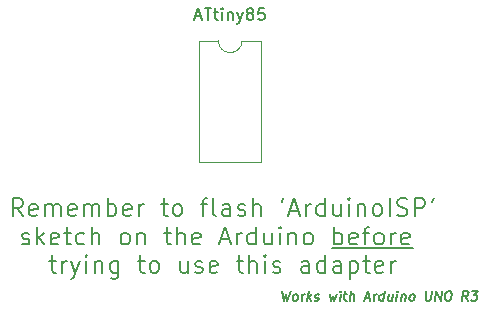
<source format=gbr>
G04 #@! TF.GenerationSoftware,KiCad,Pcbnew,(5.1.5)-3*
G04 #@! TF.CreationDate,2020-02-22T18:11:06-08:00*
G04 #@! TF.ProjectId,ATTiny85,41545469-6e79-4383-952e-6b696361645f,rev?*
G04 #@! TF.SameCoordinates,Original*
G04 #@! TF.FileFunction,Legend,Top*
G04 #@! TF.FilePolarity,Positive*
%FSLAX46Y46*%
G04 Gerber Fmt 4.6, Leading zero omitted, Abs format (unit mm)*
G04 Created by KiCad (PCBNEW (5.1.5)-3) date 2020-02-22 18:11:06*
%MOMM*%
%LPD*%
G04 APERTURE LIST*
%ADD10C,0.150000*%
%ADD11C,0.120000*%
G04 APERTURE END LIST*
D10*
X178421860Y-129101904D02*
X178512336Y-129901904D01*
X178736145Y-129330476D01*
X178817098Y-129901904D01*
X179107574Y-129101904D01*
X179426622Y-129901904D02*
X179355193Y-129863809D01*
X179321860Y-129825714D01*
X179293288Y-129749523D01*
X179321860Y-129520952D01*
X179369479Y-129444761D01*
X179412336Y-129406666D01*
X179493288Y-129368571D01*
X179607574Y-129368571D01*
X179679002Y-129406666D01*
X179712336Y-129444761D01*
X179740907Y-129520952D01*
X179712336Y-129749523D01*
X179664717Y-129825714D01*
X179621860Y-129863809D01*
X179540907Y-129901904D01*
X179426622Y-129901904D01*
X180036145Y-129901904D02*
X180102812Y-129368571D01*
X180083764Y-129520952D02*
X180131383Y-129444761D01*
X180174241Y-129406666D01*
X180255193Y-129368571D01*
X180331383Y-129368571D01*
X180531383Y-129901904D02*
X180631383Y-129101904D01*
X180645669Y-129597142D02*
X180836145Y-129901904D01*
X180902812Y-129368571D02*
X180559955Y-129673333D01*
X181145669Y-129863809D02*
X181217098Y-129901904D01*
X181369479Y-129901904D01*
X181450431Y-129863809D01*
X181498050Y-129787619D01*
X181502812Y-129749523D01*
X181474241Y-129673333D01*
X181402812Y-129635238D01*
X181288526Y-129635238D01*
X181217098Y-129597142D01*
X181188526Y-129520952D01*
X181193288Y-129482857D01*
X181240907Y-129406666D01*
X181321860Y-129368571D01*
X181436145Y-129368571D01*
X181507574Y-129406666D01*
X182426622Y-129368571D02*
X182512336Y-129901904D01*
X182712336Y-129520952D01*
X182817098Y-129901904D01*
X183036145Y-129368571D01*
X183274241Y-129901904D02*
X183340907Y-129368571D01*
X183374241Y-129101904D02*
X183331383Y-129140000D01*
X183364717Y-129178095D01*
X183407574Y-129140000D01*
X183374241Y-129101904D01*
X183364717Y-129178095D01*
X183607574Y-129368571D02*
X183912336Y-129368571D01*
X183755193Y-129101904D02*
X183669479Y-129787619D01*
X183698050Y-129863809D01*
X183769479Y-129901904D01*
X183845669Y-129901904D01*
X184112336Y-129901904D02*
X184212336Y-129101904D01*
X184455193Y-129901904D02*
X184507574Y-129482857D01*
X184479002Y-129406666D01*
X184407574Y-129368571D01*
X184293288Y-129368571D01*
X184212336Y-129406666D01*
X184169479Y-129444761D01*
X185436145Y-129673333D02*
X185817098Y-129673333D01*
X185331383Y-129901904D02*
X185698050Y-129101904D01*
X185864717Y-129901904D01*
X186131383Y-129901904D02*
X186198050Y-129368571D01*
X186179002Y-129520952D02*
X186226622Y-129444761D01*
X186269479Y-129406666D01*
X186350431Y-129368571D01*
X186426622Y-129368571D01*
X186969479Y-129901904D02*
X187069479Y-129101904D01*
X186974241Y-129863809D02*
X186893288Y-129901904D01*
X186740907Y-129901904D01*
X186669479Y-129863809D01*
X186636145Y-129825714D01*
X186607574Y-129749523D01*
X186636145Y-129520952D01*
X186683764Y-129444761D01*
X186726622Y-129406666D01*
X186807574Y-129368571D01*
X186959955Y-129368571D01*
X187031383Y-129406666D01*
X187759955Y-129368571D02*
X187693288Y-129901904D01*
X187417098Y-129368571D02*
X187364717Y-129787619D01*
X187393288Y-129863809D01*
X187464717Y-129901904D01*
X187579002Y-129901904D01*
X187659955Y-129863809D01*
X187702812Y-129825714D01*
X188074241Y-129901904D02*
X188140907Y-129368571D01*
X188174241Y-129101904D02*
X188131383Y-129140000D01*
X188164717Y-129178095D01*
X188207574Y-129140000D01*
X188174241Y-129101904D01*
X188164717Y-129178095D01*
X188521860Y-129368571D02*
X188455193Y-129901904D01*
X188512336Y-129444761D02*
X188555193Y-129406666D01*
X188636145Y-129368571D01*
X188750431Y-129368571D01*
X188821860Y-129406666D01*
X188850431Y-129482857D01*
X188798050Y-129901904D01*
X189293288Y-129901904D02*
X189221860Y-129863809D01*
X189188526Y-129825714D01*
X189159955Y-129749523D01*
X189188526Y-129520952D01*
X189236145Y-129444761D01*
X189279002Y-129406666D01*
X189359955Y-129368571D01*
X189474241Y-129368571D01*
X189545669Y-129406666D01*
X189579002Y-129444761D01*
X189607574Y-129520952D01*
X189579002Y-129749523D01*
X189531383Y-129825714D01*
X189488526Y-129863809D01*
X189407574Y-129901904D01*
X189293288Y-129901904D01*
X190612336Y-129101904D02*
X190531383Y-129749523D01*
X190559955Y-129825714D01*
X190593288Y-129863809D01*
X190664717Y-129901904D01*
X190817098Y-129901904D01*
X190898050Y-129863809D01*
X190940907Y-129825714D01*
X190988526Y-129749523D01*
X191069479Y-129101904D01*
X191350431Y-129901904D02*
X191450431Y-129101904D01*
X191807574Y-129901904D01*
X191907574Y-129101904D01*
X192440907Y-129101904D02*
X192593288Y-129101904D01*
X192664717Y-129140000D01*
X192731383Y-129216190D01*
X192750431Y-129368571D01*
X192717098Y-129635238D01*
X192659955Y-129787619D01*
X192574241Y-129863809D01*
X192493288Y-129901904D01*
X192340907Y-129901904D01*
X192269479Y-129863809D01*
X192202812Y-129787619D01*
X192183764Y-129635238D01*
X192217098Y-129368571D01*
X192274241Y-129216190D01*
X192359955Y-129140000D01*
X192440907Y-129101904D01*
X194093288Y-129901904D02*
X193874241Y-129520952D01*
X193636145Y-129901904D02*
X193736145Y-129101904D01*
X194040907Y-129101904D01*
X194112336Y-129140000D01*
X194145669Y-129178095D01*
X194174241Y-129254285D01*
X194159955Y-129368571D01*
X194112336Y-129444761D01*
X194069479Y-129482857D01*
X193988526Y-129520952D01*
X193683764Y-129520952D01*
X194459955Y-129101904D02*
X194955193Y-129101904D01*
X194650431Y-129406666D01*
X194764717Y-129406666D01*
X194836145Y-129444761D01*
X194869479Y-129482857D01*
X194898050Y-129559047D01*
X194874241Y-129749523D01*
X194826622Y-129825714D01*
X194783764Y-129863809D01*
X194702812Y-129901904D01*
X194474241Y-129901904D01*
X194402812Y-129863809D01*
X194369479Y-129825714D01*
X182626000Y-125476000D02*
X189484000Y-125476000D01*
X156426428Y-122738571D02*
X155926428Y-122024285D01*
X155569285Y-122738571D02*
X155569285Y-121238571D01*
X156140714Y-121238571D01*
X156283571Y-121310000D01*
X156355000Y-121381428D01*
X156426428Y-121524285D01*
X156426428Y-121738571D01*
X156355000Y-121881428D01*
X156283571Y-121952857D01*
X156140714Y-122024285D01*
X155569285Y-122024285D01*
X157640714Y-122667142D02*
X157497857Y-122738571D01*
X157212142Y-122738571D01*
X157069285Y-122667142D01*
X156997857Y-122524285D01*
X156997857Y-121952857D01*
X157069285Y-121810000D01*
X157212142Y-121738571D01*
X157497857Y-121738571D01*
X157640714Y-121810000D01*
X157712142Y-121952857D01*
X157712142Y-122095714D01*
X156997857Y-122238571D01*
X158355000Y-122738571D02*
X158355000Y-121738571D01*
X158355000Y-121881428D02*
X158426428Y-121810000D01*
X158569285Y-121738571D01*
X158783571Y-121738571D01*
X158926428Y-121810000D01*
X158997857Y-121952857D01*
X158997857Y-122738571D01*
X158997857Y-121952857D02*
X159069285Y-121810000D01*
X159212142Y-121738571D01*
X159426428Y-121738571D01*
X159569285Y-121810000D01*
X159640714Y-121952857D01*
X159640714Y-122738571D01*
X160926428Y-122667142D02*
X160783571Y-122738571D01*
X160497857Y-122738571D01*
X160355000Y-122667142D01*
X160283571Y-122524285D01*
X160283571Y-121952857D01*
X160355000Y-121810000D01*
X160497857Y-121738571D01*
X160783571Y-121738571D01*
X160926428Y-121810000D01*
X160997857Y-121952857D01*
X160997857Y-122095714D01*
X160283571Y-122238571D01*
X161640714Y-122738571D02*
X161640714Y-121738571D01*
X161640714Y-121881428D02*
X161712142Y-121810000D01*
X161855000Y-121738571D01*
X162069285Y-121738571D01*
X162212142Y-121810000D01*
X162283571Y-121952857D01*
X162283571Y-122738571D01*
X162283571Y-121952857D02*
X162355000Y-121810000D01*
X162497857Y-121738571D01*
X162712142Y-121738571D01*
X162855000Y-121810000D01*
X162926428Y-121952857D01*
X162926428Y-122738571D01*
X163640714Y-122738571D02*
X163640714Y-121238571D01*
X163640714Y-121810000D02*
X163783571Y-121738571D01*
X164069285Y-121738571D01*
X164212142Y-121810000D01*
X164283571Y-121881428D01*
X164355000Y-122024285D01*
X164355000Y-122452857D01*
X164283571Y-122595714D01*
X164212142Y-122667142D01*
X164069285Y-122738571D01*
X163783571Y-122738571D01*
X163640714Y-122667142D01*
X165569285Y-122667142D02*
X165426428Y-122738571D01*
X165140714Y-122738571D01*
X164997857Y-122667142D01*
X164926428Y-122524285D01*
X164926428Y-121952857D01*
X164997857Y-121810000D01*
X165140714Y-121738571D01*
X165426428Y-121738571D01*
X165569285Y-121810000D01*
X165640714Y-121952857D01*
X165640714Y-122095714D01*
X164926428Y-122238571D01*
X166283571Y-122738571D02*
X166283571Y-121738571D01*
X166283571Y-122024285D02*
X166355000Y-121881428D01*
X166426428Y-121810000D01*
X166569285Y-121738571D01*
X166712142Y-121738571D01*
X168140714Y-121738571D02*
X168712142Y-121738571D01*
X168355000Y-121238571D02*
X168355000Y-122524285D01*
X168426428Y-122667142D01*
X168569285Y-122738571D01*
X168712142Y-122738571D01*
X169426428Y-122738571D02*
X169283571Y-122667142D01*
X169212142Y-122595714D01*
X169140714Y-122452857D01*
X169140714Y-122024285D01*
X169212142Y-121881428D01*
X169283571Y-121810000D01*
X169426428Y-121738571D01*
X169640714Y-121738571D01*
X169783571Y-121810000D01*
X169855000Y-121881428D01*
X169926428Y-122024285D01*
X169926428Y-122452857D01*
X169855000Y-122595714D01*
X169783571Y-122667142D01*
X169640714Y-122738571D01*
X169426428Y-122738571D01*
X171497857Y-121738571D02*
X172069285Y-121738571D01*
X171712142Y-122738571D02*
X171712142Y-121452857D01*
X171783571Y-121310000D01*
X171926428Y-121238571D01*
X172069285Y-121238571D01*
X172783571Y-122738571D02*
X172640714Y-122667142D01*
X172569285Y-122524285D01*
X172569285Y-121238571D01*
X173997857Y-122738571D02*
X173997857Y-121952857D01*
X173926428Y-121810000D01*
X173783571Y-121738571D01*
X173497857Y-121738571D01*
X173355000Y-121810000D01*
X173997857Y-122667142D02*
X173855000Y-122738571D01*
X173497857Y-122738571D01*
X173355000Y-122667142D01*
X173283571Y-122524285D01*
X173283571Y-122381428D01*
X173355000Y-122238571D01*
X173497857Y-122167142D01*
X173855000Y-122167142D01*
X173997857Y-122095714D01*
X174640714Y-122667142D02*
X174783571Y-122738571D01*
X175069285Y-122738571D01*
X175212142Y-122667142D01*
X175283571Y-122524285D01*
X175283571Y-122452857D01*
X175212142Y-122310000D01*
X175069285Y-122238571D01*
X174855000Y-122238571D01*
X174712142Y-122167142D01*
X174640714Y-122024285D01*
X174640714Y-121952857D01*
X174712142Y-121810000D01*
X174855000Y-121738571D01*
X175069285Y-121738571D01*
X175212142Y-121810000D01*
X175926428Y-122738571D02*
X175926428Y-121238571D01*
X176569285Y-122738571D02*
X176569285Y-121952857D01*
X176497857Y-121810000D01*
X176355000Y-121738571D01*
X176140714Y-121738571D01*
X175997857Y-121810000D01*
X175926428Y-121881428D01*
X178497857Y-121238571D02*
X178355000Y-121524285D01*
X179069285Y-122310000D02*
X179783571Y-122310000D01*
X178926428Y-122738571D02*
X179426428Y-121238571D01*
X179926428Y-122738571D01*
X180426428Y-122738571D02*
X180426428Y-121738571D01*
X180426428Y-122024285D02*
X180497857Y-121881428D01*
X180569285Y-121810000D01*
X180712142Y-121738571D01*
X180855000Y-121738571D01*
X181997857Y-122738571D02*
X181997857Y-121238571D01*
X181997857Y-122667142D02*
X181855000Y-122738571D01*
X181569285Y-122738571D01*
X181426428Y-122667142D01*
X181355000Y-122595714D01*
X181283571Y-122452857D01*
X181283571Y-122024285D01*
X181355000Y-121881428D01*
X181426428Y-121810000D01*
X181569285Y-121738571D01*
X181855000Y-121738571D01*
X181997857Y-121810000D01*
X183355000Y-121738571D02*
X183355000Y-122738571D01*
X182712142Y-121738571D02*
X182712142Y-122524285D01*
X182783571Y-122667142D01*
X182926428Y-122738571D01*
X183140714Y-122738571D01*
X183283571Y-122667142D01*
X183355000Y-122595714D01*
X184069285Y-122738571D02*
X184069285Y-121738571D01*
X184069285Y-121238571D02*
X183997857Y-121310000D01*
X184069285Y-121381428D01*
X184140714Y-121310000D01*
X184069285Y-121238571D01*
X184069285Y-121381428D01*
X184783571Y-121738571D02*
X184783571Y-122738571D01*
X184783571Y-121881428D02*
X184855000Y-121810000D01*
X184997857Y-121738571D01*
X185212142Y-121738571D01*
X185355000Y-121810000D01*
X185426428Y-121952857D01*
X185426428Y-122738571D01*
X186355000Y-122738571D02*
X186212142Y-122667142D01*
X186140714Y-122595714D01*
X186069285Y-122452857D01*
X186069285Y-122024285D01*
X186140714Y-121881428D01*
X186212142Y-121810000D01*
X186355000Y-121738571D01*
X186569285Y-121738571D01*
X186712142Y-121810000D01*
X186783571Y-121881428D01*
X186855000Y-122024285D01*
X186855000Y-122452857D01*
X186783571Y-122595714D01*
X186712142Y-122667142D01*
X186569285Y-122738571D01*
X186355000Y-122738571D01*
X187497857Y-122738571D02*
X187497857Y-121238571D01*
X188140714Y-122667142D02*
X188355000Y-122738571D01*
X188712142Y-122738571D01*
X188855000Y-122667142D01*
X188926428Y-122595714D01*
X188997857Y-122452857D01*
X188997857Y-122310000D01*
X188926428Y-122167142D01*
X188855000Y-122095714D01*
X188712142Y-122024285D01*
X188426428Y-121952857D01*
X188283571Y-121881428D01*
X188212142Y-121810000D01*
X188140714Y-121667142D01*
X188140714Y-121524285D01*
X188212142Y-121381428D01*
X188283571Y-121310000D01*
X188426428Y-121238571D01*
X188783571Y-121238571D01*
X188997857Y-121310000D01*
X189640714Y-122738571D02*
X189640714Y-121238571D01*
X190212142Y-121238571D01*
X190355000Y-121310000D01*
X190426428Y-121381428D01*
X190497857Y-121524285D01*
X190497857Y-121738571D01*
X190426428Y-121881428D01*
X190355000Y-121952857D01*
X190212142Y-122024285D01*
X189640714Y-122024285D01*
X191212142Y-121238571D02*
X191069285Y-121524285D01*
X156355000Y-125067142D02*
X156497857Y-125138571D01*
X156783571Y-125138571D01*
X156926428Y-125067142D01*
X156997857Y-124924285D01*
X156997857Y-124852857D01*
X156926428Y-124710000D01*
X156783571Y-124638571D01*
X156569285Y-124638571D01*
X156426428Y-124567142D01*
X156355000Y-124424285D01*
X156355000Y-124352857D01*
X156426428Y-124210000D01*
X156569285Y-124138571D01*
X156783571Y-124138571D01*
X156926428Y-124210000D01*
X157640714Y-125138571D02*
X157640714Y-123638571D01*
X157783571Y-124567142D02*
X158212142Y-125138571D01*
X158212142Y-124138571D02*
X157640714Y-124710000D01*
X159426428Y-125067142D02*
X159283571Y-125138571D01*
X158997857Y-125138571D01*
X158855000Y-125067142D01*
X158783571Y-124924285D01*
X158783571Y-124352857D01*
X158855000Y-124210000D01*
X158997857Y-124138571D01*
X159283571Y-124138571D01*
X159426428Y-124210000D01*
X159497857Y-124352857D01*
X159497857Y-124495714D01*
X158783571Y-124638571D01*
X159926428Y-124138571D02*
X160497857Y-124138571D01*
X160140714Y-123638571D02*
X160140714Y-124924285D01*
X160212142Y-125067142D01*
X160355000Y-125138571D01*
X160497857Y-125138571D01*
X161640714Y-125067142D02*
X161497857Y-125138571D01*
X161212142Y-125138571D01*
X161069285Y-125067142D01*
X160997857Y-124995714D01*
X160926428Y-124852857D01*
X160926428Y-124424285D01*
X160997857Y-124281428D01*
X161069285Y-124210000D01*
X161212142Y-124138571D01*
X161497857Y-124138571D01*
X161640714Y-124210000D01*
X162283571Y-125138571D02*
X162283571Y-123638571D01*
X162926428Y-125138571D02*
X162926428Y-124352857D01*
X162855000Y-124210000D01*
X162712142Y-124138571D01*
X162497857Y-124138571D01*
X162355000Y-124210000D01*
X162283571Y-124281428D01*
X164997857Y-125138571D02*
X164855000Y-125067142D01*
X164783571Y-124995714D01*
X164712142Y-124852857D01*
X164712142Y-124424285D01*
X164783571Y-124281428D01*
X164855000Y-124210000D01*
X164997857Y-124138571D01*
X165212142Y-124138571D01*
X165355000Y-124210000D01*
X165426428Y-124281428D01*
X165497857Y-124424285D01*
X165497857Y-124852857D01*
X165426428Y-124995714D01*
X165355000Y-125067142D01*
X165212142Y-125138571D01*
X164997857Y-125138571D01*
X166140714Y-124138571D02*
X166140714Y-125138571D01*
X166140714Y-124281428D02*
X166212142Y-124210000D01*
X166355000Y-124138571D01*
X166569285Y-124138571D01*
X166712142Y-124210000D01*
X166783571Y-124352857D01*
X166783571Y-125138571D01*
X168426428Y-124138571D02*
X168997857Y-124138571D01*
X168640714Y-123638571D02*
X168640714Y-124924285D01*
X168712142Y-125067142D01*
X168855000Y-125138571D01*
X168997857Y-125138571D01*
X169497857Y-125138571D02*
X169497857Y-123638571D01*
X170140714Y-125138571D02*
X170140714Y-124352857D01*
X170069285Y-124210000D01*
X169926428Y-124138571D01*
X169712142Y-124138571D01*
X169569285Y-124210000D01*
X169497857Y-124281428D01*
X171426428Y-125067142D02*
X171283571Y-125138571D01*
X170997857Y-125138571D01*
X170854999Y-125067142D01*
X170783571Y-124924285D01*
X170783571Y-124352857D01*
X170854999Y-124210000D01*
X170997857Y-124138571D01*
X171283571Y-124138571D01*
X171426428Y-124210000D01*
X171497857Y-124352857D01*
X171497857Y-124495714D01*
X170783571Y-124638571D01*
X173212142Y-124710000D02*
X173926428Y-124710000D01*
X173069285Y-125138571D02*
X173569285Y-123638571D01*
X174069285Y-125138571D01*
X174569285Y-125138571D02*
X174569285Y-124138571D01*
X174569285Y-124424285D02*
X174640714Y-124281428D01*
X174712142Y-124210000D01*
X174855000Y-124138571D01*
X174997857Y-124138571D01*
X176140714Y-125138571D02*
X176140714Y-123638571D01*
X176140714Y-125067142D02*
X175997857Y-125138571D01*
X175712142Y-125138571D01*
X175569285Y-125067142D01*
X175497857Y-124995714D01*
X175426428Y-124852857D01*
X175426428Y-124424285D01*
X175497857Y-124281428D01*
X175569285Y-124210000D01*
X175712142Y-124138571D01*
X175997857Y-124138571D01*
X176140714Y-124210000D01*
X177497857Y-124138571D02*
X177497857Y-125138571D01*
X176855000Y-124138571D02*
X176855000Y-124924285D01*
X176926428Y-125067142D01*
X177069285Y-125138571D01*
X177283571Y-125138571D01*
X177426428Y-125067142D01*
X177497857Y-124995714D01*
X178212142Y-125138571D02*
X178212142Y-124138571D01*
X178212142Y-123638571D02*
X178140714Y-123710000D01*
X178212142Y-123781428D01*
X178283571Y-123710000D01*
X178212142Y-123638571D01*
X178212142Y-123781428D01*
X178926428Y-124138571D02*
X178926428Y-125138571D01*
X178926428Y-124281428D02*
X178997857Y-124210000D01*
X179140714Y-124138571D01*
X179355000Y-124138571D01*
X179497857Y-124210000D01*
X179569285Y-124352857D01*
X179569285Y-125138571D01*
X180497857Y-125138571D02*
X180355000Y-125067142D01*
X180283571Y-124995714D01*
X180212142Y-124852857D01*
X180212142Y-124424285D01*
X180283571Y-124281428D01*
X180355000Y-124210000D01*
X180497857Y-124138571D01*
X180712142Y-124138571D01*
X180855000Y-124210000D01*
X180926428Y-124281428D01*
X180997857Y-124424285D01*
X180997857Y-124852857D01*
X180926428Y-124995714D01*
X180855000Y-125067142D01*
X180712142Y-125138571D01*
X180497857Y-125138571D01*
X182783571Y-125138571D02*
X182783571Y-123638571D01*
X182783571Y-124210000D02*
X182926428Y-124138571D01*
X183212142Y-124138571D01*
X183355000Y-124210000D01*
X183426428Y-124281428D01*
X183497857Y-124424285D01*
X183497857Y-124852857D01*
X183426428Y-124995714D01*
X183355000Y-125067142D01*
X183212142Y-125138571D01*
X182926428Y-125138571D01*
X182783571Y-125067142D01*
X184712142Y-125067142D02*
X184569285Y-125138571D01*
X184283571Y-125138571D01*
X184140714Y-125067142D01*
X184069285Y-124924285D01*
X184069285Y-124352857D01*
X184140714Y-124210000D01*
X184283571Y-124138571D01*
X184569285Y-124138571D01*
X184712142Y-124210000D01*
X184783571Y-124352857D01*
X184783571Y-124495714D01*
X184069285Y-124638571D01*
X185212142Y-124138571D02*
X185783571Y-124138571D01*
X185426428Y-125138571D02*
X185426428Y-123852857D01*
X185497857Y-123710000D01*
X185640714Y-123638571D01*
X185783571Y-123638571D01*
X186497857Y-125138571D02*
X186355000Y-125067142D01*
X186283571Y-124995714D01*
X186212142Y-124852857D01*
X186212142Y-124424285D01*
X186283571Y-124281428D01*
X186355000Y-124210000D01*
X186497857Y-124138571D01*
X186712142Y-124138571D01*
X186855000Y-124210000D01*
X186926428Y-124281428D01*
X186997857Y-124424285D01*
X186997857Y-124852857D01*
X186926428Y-124995714D01*
X186855000Y-125067142D01*
X186712142Y-125138571D01*
X186497857Y-125138571D01*
X187640714Y-125138571D02*
X187640714Y-124138571D01*
X187640714Y-124424285D02*
X187712142Y-124281428D01*
X187783571Y-124210000D01*
X187926428Y-124138571D01*
X188069285Y-124138571D01*
X189140714Y-125067142D02*
X188997857Y-125138571D01*
X188712142Y-125138571D01*
X188569285Y-125067142D01*
X188497857Y-124924285D01*
X188497857Y-124352857D01*
X188569285Y-124210000D01*
X188712142Y-124138571D01*
X188997857Y-124138571D01*
X189140714Y-124210000D01*
X189212142Y-124352857D01*
X189212142Y-124495714D01*
X188497857Y-124638571D01*
X158676428Y-126538571D02*
X159247857Y-126538571D01*
X158890714Y-126038571D02*
X158890714Y-127324285D01*
X158962142Y-127467142D01*
X159105000Y-127538571D01*
X159247857Y-127538571D01*
X159747857Y-127538571D02*
X159747857Y-126538571D01*
X159747857Y-126824285D02*
X159819285Y-126681428D01*
X159890714Y-126610000D01*
X160033571Y-126538571D01*
X160176428Y-126538571D01*
X160533571Y-126538571D02*
X160890714Y-127538571D01*
X161247857Y-126538571D02*
X160890714Y-127538571D01*
X160747857Y-127895714D01*
X160676428Y-127967142D01*
X160533571Y-128038571D01*
X161819285Y-127538571D02*
X161819285Y-126538571D01*
X161819285Y-126038571D02*
X161747857Y-126110000D01*
X161819285Y-126181428D01*
X161890714Y-126110000D01*
X161819285Y-126038571D01*
X161819285Y-126181428D01*
X162533571Y-126538571D02*
X162533571Y-127538571D01*
X162533571Y-126681428D02*
X162605000Y-126610000D01*
X162747857Y-126538571D01*
X162962142Y-126538571D01*
X163105000Y-126610000D01*
X163176428Y-126752857D01*
X163176428Y-127538571D01*
X164533571Y-126538571D02*
X164533571Y-127752857D01*
X164462142Y-127895714D01*
X164390714Y-127967142D01*
X164247857Y-128038571D01*
X164033571Y-128038571D01*
X163890714Y-127967142D01*
X164533571Y-127467142D02*
X164390714Y-127538571D01*
X164105000Y-127538571D01*
X163962142Y-127467142D01*
X163890714Y-127395714D01*
X163819285Y-127252857D01*
X163819285Y-126824285D01*
X163890714Y-126681428D01*
X163962142Y-126610000D01*
X164105000Y-126538571D01*
X164390714Y-126538571D01*
X164533571Y-126610000D01*
X166176428Y-126538571D02*
X166747857Y-126538571D01*
X166390714Y-126038571D02*
X166390714Y-127324285D01*
X166462142Y-127467142D01*
X166605000Y-127538571D01*
X166747857Y-127538571D01*
X167462142Y-127538571D02*
X167319285Y-127467142D01*
X167247857Y-127395714D01*
X167176428Y-127252857D01*
X167176428Y-126824285D01*
X167247857Y-126681428D01*
X167319285Y-126610000D01*
X167462142Y-126538571D01*
X167676428Y-126538571D01*
X167819285Y-126610000D01*
X167890714Y-126681428D01*
X167962142Y-126824285D01*
X167962142Y-127252857D01*
X167890714Y-127395714D01*
X167819285Y-127467142D01*
X167676428Y-127538571D01*
X167462142Y-127538571D01*
X170390714Y-126538571D02*
X170390714Y-127538571D01*
X169747857Y-126538571D02*
X169747857Y-127324285D01*
X169819285Y-127467142D01*
X169962142Y-127538571D01*
X170176428Y-127538571D01*
X170319285Y-127467142D01*
X170390714Y-127395714D01*
X171033571Y-127467142D02*
X171176428Y-127538571D01*
X171462142Y-127538571D01*
X171605000Y-127467142D01*
X171676428Y-127324285D01*
X171676428Y-127252857D01*
X171605000Y-127110000D01*
X171462142Y-127038571D01*
X171247857Y-127038571D01*
X171105000Y-126967142D01*
X171033571Y-126824285D01*
X171033571Y-126752857D01*
X171105000Y-126610000D01*
X171247857Y-126538571D01*
X171462142Y-126538571D01*
X171605000Y-126610000D01*
X172890714Y-127467142D02*
X172747857Y-127538571D01*
X172462142Y-127538571D01*
X172319285Y-127467142D01*
X172247857Y-127324285D01*
X172247857Y-126752857D01*
X172319285Y-126610000D01*
X172462142Y-126538571D01*
X172747857Y-126538571D01*
X172890714Y-126610000D01*
X172962142Y-126752857D01*
X172962142Y-126895714D01*
X172247857Y-127038571D01*
X174533571Y-126538571D02*
X175105000Y-126538571D01*
X174747857Y-126038571D02*
X174747857Y-127324285D01*
X174819285Y-127467142D01*
X174962142Y-127538571D01*
X175105000Y-127538571D01*
X175605000Y-127538571D02*
X175605000Y-126038571D01*
X176247857Y-127538571D02*
X176247857Y-126752857D01*
X176176428Y-126610000D01*
X176033571Y-126538571D01*
X175819285Y-126538571D01*
X175676428Y-126610000D01*
X175605000Y-126681428D01*
X176962142Y-127538571D02*
X176962142Y-126538571D01*
X176962142Y-126038571D02*
X176890714Y-126110000D01*
X176962142Y-126181428D01*
X177033571Y-126110000D01*
X176962142Y-126038571D01*
X176962142Y-126181428D01*
X177605000Y-127467142D02*
X177747857Y-127538571D01*
X178033571Y-127538571D01*
X178176428Y-127467142D01*
X178247857Y-127324285D01*
X178247857Y-127252857D01*
X178176428Y-127110000D01*
X178033571Y-127038571D01*
X177819285Y-127038571D01*
X177676428Y-126967142D01*
X177605000Y-126824285D01*
X177605000Y-126752857D01*
X177676428Y-126610000D01*
X177819285Y-126538571D01*
X178033571Y-126538571D01*
X178176428Y-126610000D01*
X180676428Y-127538571D02*
X180676428Y-126752857D01*
X180605000Y-126610000D01*
X180462142Y-126538571D01*
X180176428Y-126538571D01*
X180033571Y-126610000D01*
X180676428Y-127467142D02*
X180533571Y-127538571D01*
X180176428Y-127538571D01*
X180033571Y-127467142D01*
X179962142Y-127324285D01*
X179962142Y-127181428D01*
X180033571Y-127038571D01*
X180176428Y-126967142D01*
X180533571Y-126967142D01*
X180676428Y-126895714D01*
X182033571Y-127538571D02*
X182033571Y-126038571D01*
X182033571Y-127467142D02*
X181890714Y-127538571D01*
X181605000Y-127538571D01*
X181462142Y-127467142D01*
X181390714Y-127395714D01*
X181319285Y-127252857D01*
X181319285Y-126824285D01*
X181390714Y-126681428D01*
X181462142Y-126610000D01*
X181605000Y-126538571D01*
X181890714Y-126538571D01*
X182033571Y-126610000D01*
X183390714Y-127538571D02*
X183390714Y-126752857D01*
X183319285Y-126610000D01*
X183176428Y-126538571D01*
X182890714Y-126538571D01*
X182747857Y-126610000D01*
X183390714Y-127467142D02*
X183247857Y-127538571D01*
X182890714Y-127538571D01*
X182747857Y-127467142D01*
X182676428Y-127324285D01*
X182676428Y-127181428D01*
X182747857Y-127038571D01*
X182890714Y-126967142D01*
X183247857Y-126967142D01*
X183390714Y-126895714D01*
X184105000Y-126538571D02*
X184105000Y-128038571D01*
X184105000Y-126610000D02*
X184247857Y-126538571D01*
X184533571Y-126538571D01*
X184676428Y-126610000D01*
X184747857Y-126681428D01*
X184819285Y-126824285D01*
X184819285Y-127252857D01*
X184747857Y-127395714D01*
X184676428Y-127467142D01*
X184533571Y-127538571D01*
X184247857Y-127538571D01*
X184105000Y-127467142D01*
X185247857Y-126538571D02*
X185819285Y-126538571D01*
X185462142Y-126038571D02*
X185462142Y-127324285D01*
X185533571Y-127467142D01*
X185676428Y-127538571D01*
X185819285Y-127538571D01*
X186890714Y-127467142D02*
X186747857Y-127538571D01*
X186462142Y-127538571D01*
X186319285Y-127467142D01*
X186247857Y-127324285D01*
X186247857Y-126752857D01*
X186319285Y-126610000D01*
X186462142Y-126538571D01*
X186747857Y-126538571D01*
X186890714Y-126610000D01*
X186962142Y-126752857D01*
X186962142Y-126895714D01*
X186247857Y-127038571D01*
X187605000Y-127538571D02*
X187605000Y-126538571D01*
X187605000Y-126824285D02*
X187676428Y-126681428D01*
X187747857Y-126610000D01*
X187890714Y-126538571D01*
X188033571Y-126538571D01*
D11*
X176640000Y-107890000D02*
X174990000Y-107890000D01*
X176640000Y-118170000D02*
X176640000Y-107890000D01*
X171340000Y-118170000D02*
X176640000Y-118170000D01*
X171340000Y-107890000D02*
X171340000Y-118170000D01*
X172990000Y-107890000D02*
X171340000Y-107890000D01*
X174990000Y-107890000D02*
G75*
G02X172990000Y-107890000I-1000000J0D01*
G01*
D10*
X171061428Y-105830666D02*
X171537619Y-105830666D01*
X170966190Y-106116380D02*
X171299523Y-105116380D01*
X171632857Y-106116380D01*
X171823333Y-105116380D02*
X172394761Y-105116380D01*
X172109047Y-106116380D02*
X172109047Y-105116380D01*
X172585238Y-105449714D02*
X172966190Y-105449714D01*
X172728095Y-105116380D02*
X172728095Y-105973523D01*
X172775714Y-106068761D01*
X172870952Y-106116380D01*
X172966190Y-106116380D01*
X173299523Y-106116380D02*
X173299523Y-105449714D01*
X173299523Y-105116380D02*
X173251904Y-105164000D01*
X173299523Y-105211619D01*
X173347142Y-105164000D01*
X173299523Y-105116380D01*
X173299523Y-105211619D01*
X173775714Y-105449714D02*
X173775714Y-106116380D01*
X173775714Y-105544952D02*
X173823333Y-105497333D01*
X173918571Y-105449714D01*
X174061428Y-105449714D01*
X174156666Y-105497333D01*
X174204285Y-105592571D01*
X174204285Y-106116380D01*
X174585238Y-105449714D02*
X174823333Y-106116380D01*
X175061428Y-105449714D02*
X174823333Y-106116380D01*
X174728095Y-106354476D01*
X174680476Y-106402095D01*
X174585238Y-106449714D01*
X175585238Y-105544952D02*
X175490000Y-105497333D01*
X175442380Y-105449714D01*
X175394761Y-105354476D01*
X175394761Y-105306857D01*
X175442380Y-105211619D01*
X175490000Y-105164000D01*
X175585238Y-105116380D01*
X175775714Y-105116380D01*
X175870952Y-105164000D01*
X175918571Y-105211619D01*
X175966190Y-105306857D01*
X175966190Y-105354476D01*
X175918571Y-105449714D01*
X175870952Y-105497333D01*
X175775714Y-105544952D01*
X175585238Y-105544952D01*
X175490000Y-105592571D01*
X175442380Y-105640190D01*
X175394761Y-105735428D01*
X175394761Y-105925904D01*
X175442380Y-106021142D01*
X175490000Y-106068761D01*
X175585238Y-106116380D01*
X175775714Y-106116380D01*
X175870952Y-106068761D01*
X175918571Y-106021142D01*
X175966190Y-105925904D01*
X175966190Y-105735428D01*
X175918571Y-105640190D01*
X175870952Y-105592571D01*
X175775714Y-105544952D01*
X176870952Y-105116380D02*
X176394761Y-105116380D01*
X176347142Y-105592571D01*
X176394761Y-105544952D01*
X176490000Y-105497333D01*
X176728095Y-105497333D01*
X176823333Y-105544952D01*
X176870952Y-105592571D01*
X176918571Y-105687809D01*
X176918571Y-105925904D01*
X176870952Y-106021142D01*
X176823333Y-106068761D01*
X176728095Y-106116380D01*
X176490000Y-106116380D01*
X176394761Y-106068761D01*
X176347142Y-106021142D01*
M02*

</source>
